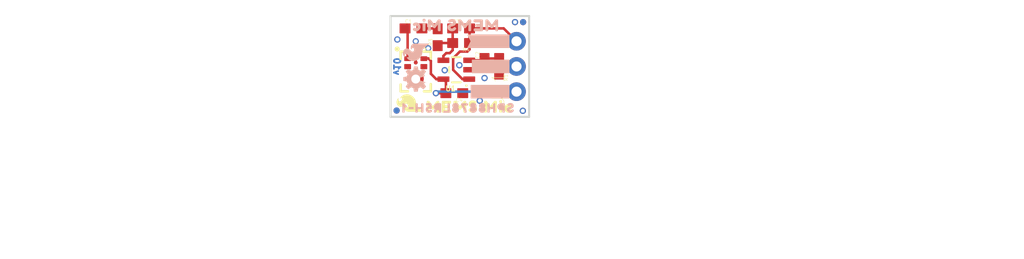
<source format=kicad_pcb>
(kicad_pcb (version 20211014) (generator pcbnew)
  (layers (0 "F.Cu" signal) (31 "B.Cu" signal) (34 "B.Paste" user) (35 "F.Paste" user) (36 "B.SilkS" user "B.Silkscreen") (37 "F.SilkS" user "F.Silkscreen") (38 "B.Mask" user) (39 "F.Mask" user) (44 "Edge.Cuts" user))
  (net 0 "")
  (net 1 "N$1")
  (net 2 "GND")
  (net 3 "VCC")
  (net 4 "N$2")
  (net 5 "N$6")
  (net 6 "N$7")
  (net 7 "AUD")
  (net 8 "N$3")
  (footprint "boardEagle:FIDUCIAL-MICRO" (layer "F.Cu") (at 154.8765 100.5332)
    (fp_text reference "FD1" hide)
    (fp_text value "FIDUCIALUFIDUCIAL" hide)
    (pad "1" smd roundrect (at 0 0) (size 0.635 0.635) (layers "F.Cu" "F.Mask") (roundrect_rratio 0.5))
  )
  (footprint "boardEagle:0603" (layer "F.Cu") (at 152.4635 106.6292 -90)
    (fp_text reference "R1" (at -0.889 -0.6985 90) (layer "F.SilkS") (effects (font (size 0.367386 0.367386) (thickness 0.039014)) (justify right)))
    (fp_text value "10k")
    (pad "1" smd roundrect (at -0.85 0 270) (size 1.1 1) (layers "F.Cu" "F.Paste" "F.Mask") (roundrect_rratio 0.0508) (net 6 "N$7"))
    (pad "2" smd roundrect (at 0.85 0 270) (size 1.1 1) (layers "F.Cu" "F.Paste" "F.Mask") (roundrect_rratio 0.0508) (net 3 "VCC"))
  )
  (footprint "boardEagle:SPH8878LR5H-1" (layer "F.Cu") (at 144.0561 106.2736)
    (fp_text reference "U3" (at 0 -3.048) (layer "F.SilkS") (effects (font (size 0.512064 0.512064) (thickness 0.097536)) (justify left)))
    (fp_text value "SPH8878LR5H-1")
    (fp_poly (pts (xy -0.737147 -0.351684) (xy -0.641444 -0.506114) (xy -0.513979 -0.635171) (xy -0.360991 -0.732631) (xy -0.190152 -0.793603) (xy -0.010589 -0.814965) (xy -0.009999 -0.810006) (xy -0.008917 -0.814881) (xy 0.346022 -0.736156) (xy 0.502348 -0.639263) (xy 0.63299 -0.510214) (xy 0.73164 -0.355331) (xy 0.793353 -0.182379) (xy 0.815067 0.000269) (xy 0.734471 0.353387) (xy 0.637218 0.508164) (xy 0.508164 0.637218) (xy 0.353629 0.734318) (xy 0.181362 0.794597) (xy 0.000281 0.815) (xy -0.010563 0.815) (xy -0.359048 0.735461) (xy -0.511929 0.639398) (xy -0.6394 0.511928) (xy -0.735308 0.359289) (xy -0.794848 0.189135) (xy -0.814969 0.010558) (xy -0.81 0.009998) (xy -0.81 0.005) (xy -0.81623 0.005)) (layer "F.Cu") (width 0) (fill solid))
    (fp_line (start -0.83 -2.76) (end -1.52 -2.76) (layer "F.SilkS") (width 0.254))
    (fp_line (start -1.52 -2.76) (end -1.52 -2.03) (layer "F.SilkS") (width 0.254))
    (fp_line (start -1.52 1.24) (end -0.79 1.24) (layer "F.SilkS") (width 0.254))
    (fp_line (start -1.52 0.55) (end -1.52 1.24) (layer "F.SilkS") (width 0.254))
    (fp_line (start 0.83 1.24) (end 1.52 1.24) (layer "F.SilkS") (width 0.254))
    (fp_line (start 1.52 -2.76) (end 0.79 -2.76) (layer "F.SilkS") (width 0.254))
    (fp_line (start 1.52 1.24) (end 1.52 0.51) (layer "F.SilkS") (width 0.254))
    (fp_line (start 1.52 -2.07) (end 1.52 -2.76) (layer "F.SilkS") (width 0.254))
    (fp_circle (center -1.873 -3.029) (end -1.746 -3.029) (layer "F.SilkS") (width 0.254) (fill none))
    (pad "" np_thru_hole circle (at 0 0) (size 0.9 0.9) (drill 0.9) (layers *.Cu *.Mask))
    (pad "1" smd roundrect (at -0.818 -2.055 270) (size 0.482 0.685) (layers "F.Cu" "F.Paste" "F.Mask") (roundrect_rratio 0.1053941909) (net 1 "N$1"))
    (pad "2" smd roundrect (at -0.818 -1.252 270) (size 0.523 0.685) (layers "F.Cu" "F.Paste" "F.Mask") (roundrect_rratio 0.09713193117) (net 2 "GND"))
    (pad "3" smd roundrect (at -0.0104 0.6604 270) (size 0.25 0.25) (layers "F.Cu") (roundrect_rratio 0.2032) (net 2 "GND"))
    (pad "4" smd roundrect (at 0.818 -1.252 270) (size 0.523 0.685) (layers "F.Cu" "F.Paste" "F.Mask") (roundrect_rratio 0.09713193117) (net 2 "GND"))
    (pad "5" smd roundrect (at 0.818 -2.055 270) (size 0.482 0.685) (layers "F.Cu" "F.Paste" "F.Mask") (roundrect_rratio 0.1053941909) (net 3 "VCC"))
    (pad "6" smd roundrect (at 0 -1.663) (size 0.4 0.4) (layers "F.Cu" "F.Paste" "F.Mask") (roundrect_rratio 0.5) (net 8 "N$3"))
  )
  (footprint "boardEagle:SFE_LOGO_FLAME_.1" (layer "F.Cu") (at 143.3957 108.712 90)
    (fp_text reference "LOGO3" hide)
    (fp_text value "SFE_LOGO_FLAME.1_INCH" hide)
    (fp_poly (pts (xy 0.269844 -1.255175) (xy 0.417112 -1.181541) (xy 0.462026 -1.147855) (xy 0.538982 -1.0709) (xy 0.428006 -1.0709) (xy 0.408005 -1.0809) (xy 0.361689 -1.0809) (xy 0.325361 -1.071818) (xy 0.279477 -1.062641) (xy 0.24711 -1.046458) (xy 0.215081 -1.022435) (xy 0.200019 -0.999843) (xy 0.192288 -0.984381) (xy 0.1851 -0.962817) (xy 0.1851 -0.913689) (xy 0.192361 -0.884643) (xy 0.226607 -0.833275) (xy 0.282028 -0.777854) (xy 0.319016 -0.750113) (xy 0.346157 -0.732019) (xy 0.380301 -0.714947) (xy 0.451689 -0.6971) (xy 0.470817 -0.6971) (xy 0.486419 -0.702301) (xy 0.505687 -0.721569) (xy 0.511712 -0.733619) (xy 0.5189 -0.755183) (xy 0.5189 -0.907742) (xy 0.661838 -0.818406) (xy 0.747505 -0.722031) (xy 0.821662 -0.605498) (xy 0.873968 -0.448579) (xy 0.905309 -0.281428) (xy 0.894811 -0.102974) (xy 0.842628 0.095322) (xy 0.738878 0.282072) (xy 0.665618 0.376263) (xy 0.583044 0.458838) (xy 0.499524 0.531917) (xy 0.393984 0.595241) (xy 0.289127 0.637184) (xy 0.175165 0.668265) (xy 0.050153 0.6891) (xy -0.139844 0.6891) (xy -0.189603 0.697393) (xy -0.279373 0.751255) (xy -0.375026 0.846908) (xy -0.495025 0.986906) (xy -0.614841 1.106723) (xy -0.664837 1.166719) (xy -0.712745 1.214627) (xy -0.742743 1.264624) (xy -0.8611 1.382982) (xy -0.8611 -0.081372) (xy -0.850441 -0.166641) (xy -0.828254 -0.244296) (xy -0.762148 -0.354474) (xy -0.706336 -0.399123) (xy -0.661829 -0.432503) (xy -0.603902 -0.455674) (xy -0.54987 -0.466481) (xy -0.486153 -0.4771) (xy -0.354006 -0.4771) (xy -0.258681 -0.429438) (xy -0.310431 -0.377687) (xy -0.358383 -0.353711) (xy -0.382419 -0.345699) (xy -0.4297 -0.298418) (xy -0.4349 -0.282817) (xy -0.4349 -0.255183) (xy -0.428468 -0.235888) (xy -0.413393 -0.213275) (xy -0.361588 -0.16147) (xy -0.322097 -0.145674) (xy -0.279228 -0.1371) (xy -0.207689 -0.1371) (xy -0.138643 -0.154361) (xy -0.089056 -0.18742) (xy -0.056996 -0.227495) (xy -0.0411 -0.275183) (xy -0.0411 -0.332091) (xy -0.065776 -0.397894) (xy -0.130732 -0.462851) (xy -0.211575 -0.553799) (xy -0.284339 -0.636958) (xy -0.338992 -0.735334) (xy -0.3611 -0.834818) (xy -0.3611 -0.925183) (xy -0.327711 -1.025349) (xy -0.271726 -1.114925) (xy -0.173954 -1.19097) (xy -0.055855 -1.255387) (xy 0.063565 -1.2771) (xy 0.171182 -1.2771)) (layer "F.SilkS") (width 0) (fill solid))
  )
  (footprint "boardEagle:SOT23-5" (layer "F.Cu") (at 148.1455 105.3338 90)
    (fp_text reference "U1" (at -1.905 0) (layer "F.SilkS") (effects (font (size 0.512064 0.512064) (thickness 0.097536)) (justify right)))
    (fp_text value "OPA344")
    (fp_line (start -1.27 0.4294) (end -1.27 -0.4294) (layer "F.SilkS") (width 0.2032))
    (fp_line (start -0.2684 -0.7088) (end 0.2684 -0.7088) (layer "F.SilkS") (width 0.2032))
    (fp_line (start 1.27 -0.4294) (end 1.27 0.4294) (layer "F.SilkS") (width 0.2032))
    (fp_circle (center -1.6002 1.016) (end -1.5367 1.016) (layer "F.SilkS") (width 0.127) (fill solid))
    (pad "1" smd roundrect (at -0.95 1.3001 90) (size 0.55 1.2) (layers "F.Cu" "F.Paste" "F.Mask") (roundrect_rratio 0.09236363636) (net 7 "AUD"))
    (pad "2" smd roundrect (at 0 1.3001 90) (size 0.55 1.2) (layers "F.Cu" "F.Paste" "F.Mask") (roundrect_rratio 0.09236363636) (net 2 "GND"))
    (pad "3" smd roundrect (at 0.95 1.3001 90) (size 0.55 1.2) (layers "F.Cu" "F.Paste" "F.Mask") (roundrect_rratio 0.09236363636) (net 6 "N$7"))
    (pad "4" smd roundrect (at 0.95 -1.3001 90) (size 0.55 1.2) (layers "F.Cu" "F.Paste" "F.Mask") (roundrect_rratio 0.09236363636) (net 4 "N$2"))
    (pad "5" smd roundrect (at -0.95 -1.3001 90) (size 0.55 1.2) (layers "F.Cu" "F.Paste" "F.Mask") (roundrect_rratio 0.09236363636) (net 3 "VCC"))
  )
  (footprint "boardEagle:FIDUCIAL-MICRO" (layer "F.Cu") (at 142.1257 109.4486)
    (fp_text reference "FD3" hide)
    (fp_text value "FIDUCIALUFIDUCIAL" hide)
    (pad "1" smd roundrect (at 0 0) (size 0.635 0.635) (layers "F.Cu" "F.Mask") (roundrect_rratio 0.5))
  )
  (footprint "boardEagle:0603" (layer "F.Cu") (at 147.9423 107.696 180)
    (fp_text reference "C4" (at -0.889 -0.6985) (layer "F.SilkS") (effects (font (size 0.367386 0.367386) (thickness 0.039014)) (justify right)))
    (fp_text value "0.1uF")
    (pad "1" smd roundrect (at -0.85 0 180) (size 1.1 1) (layers "F.Cu" "F.Paste" "F.Mask") (roundrect_rratio 0.0508) (net 2 "GND"))
    (pad "2" smd roundrect (at 0.85 0 180) (size 1.1 1) (layers "F.Cu" "F.Paste" "F.Mask") (roundrect_rratio 0.0508) (net 3 "VCC"))
  )
  (footprint "boardEagle:0603" (layer "F.Cu") (at 143.8275 101.1682)
    (fp_text reference "C1" (at -0.889 -0.6985) (layer "F.SilkS") (effects (font (size 0.367386 0.367386) (thickness 0.039014)) (justify left)))
    (fp_text value "4.7uF")
    (pad "1" smd roundrect (at -0.85 0) (size 1.1 1) (layers "F.Cu" "F.Paste" "F.Mask") (roundrect_rratio 0.0508) (net 1 "N$1"))
    (pad "2" smd roundrect (at 0.85 0) (size 1.1 1) (layers "F.Cu" "F.Paste" "F.Mask") (roundrect_rratio 0.0508) (net 5 "N$6"))
  )
  (footprint "boardEagle:MEMS_MIC0" (layer "F.Cu") (at 149.5171 109.0676)
    (fp_text reference "U$7" hide)
    (fp_text value "" hide)
    (fp_poly (pts (xy 0.441399 -0.614804) (xy 0.532216 -0.584532) (xy 0.593347 -0.543778) (xy 0.655 -0.47185) (xy 0.655 -0.408333) (xy 0.593536 -0.326381) (xy 0.521276 -0.274767) (xy 0.448086 -0.285223) (xy 0.37763 -0.335548) (xy 0.299396 -0.364886) (xy 0.222578 -0.355284) (xy 0.175467 -0.29875) (xy 0.194334 -0.223282) (xy 0.261881 -0.184684) (xy 0.421399 -0.144804) (xy 0.511778 -0.114678) (xy 0.58264 -0.084308) (xy 0.643695 -0.033429) (xy 0.694451 0.037629) (xy 0.725 0.119093) (xy 0.725 0.210277) (xy 0.714923 0.30097) (xy 0.694614 0.372052) (xy 0.643816 0.453329) (xy 0.582863 0.504123) (xy 0.512132 0.544541) (xy 0.431489 0.574782) (xy 0.350616 0.595) (xy 0.259689 0.595) (xy 0.17908 0.584924) (xy 0.098255 0.564718) (xy 0.017213 0.524197) (xy -0.0534 0.463671) (xy -0.104109 0.412962) (xy -0.145398 0.330384) (xy -0.124487 0.267649) (xy -0.062935 0.18558) (xy 0.020582 0.164701) (xy 0.082639 0.195729) (xy 0.162948 0.255961) (xy 0.231848 0.305175) (xy 0.319362 0.314899) (xy 0.396406 0.286007) (xy 0.424701 0.229419) (xy 0.405666 0.153282) (xy 0.338387 0.114837) (xy 0.258796 0.104888) (xy 0.178244 0.074682) (xy 0.098244 0.044682) (xy 0.01723 0.014301) (xy -0.043828 -0.046757) (xy -0.09462 -0.117866) (xy -0.114924 -0.19908) (xy -0.125035 -0.279966) (xy -0.114888 -0.371289) (xy -0.084383 -0.442466) (xy -0.033828 -0.513243) (xy 0.027145 -0.574216) (xy 0.098136 -0.604641) (xy 0.179093 -0.635) (xy 0.360616 -0.635)) (layer "F.SilkS") (width 0) (fill solid))
    (fp_poly (pts (xy 3.213594 -0.633992) (xy 3.245 -0.57118) (xy 3.245 -0.468974) (xy 3.213874 -0.396347) (xy 3.19147 -0.385145) (xy 3.110034 -0.374965) (xy 3.017705 -0.385224) (xy 2.955 -0.447929) (xy 2.955 -0.530311) (xy 2.965291 -0.612636) (xy 3.01805 -0.654843) (xy 3.130686 -0.665083)) (layer "F.SilkS") (width 0) (fill solid))
    (fp_poly (pts (xy 4.011111 -0.2749) (xy 4.102294 -0.244506) (xy 4.173429 -0.193695) (xy 4.225231 -0.131534) (xy 4.214797 -0.048062) (xy 4.15365 0.033467) (xy 4.090847 0.085803) (xy 4.017895 0.054538) (xy 3.939084 0.015132) (xy 3.851582 0.024855) (xy 3.784334 0.063282) (xy 3.764931 0.140892) (xy 3.755293 0.227636) (xy 3.822133 0.275379) (xy 3.9 0.294846) (xy 3.978257 0.275282) (xy 4.059616 0.234602) (xy 4.122701 0.25563) (xy 4.194301 0.32723) (xy 4.225387 0.410124) (xy 4.194137 0.483039) (xy 4.122673 0.544294) (xy 4.05154 0.57478) (xy 3.960549 0.595) (xy 3.869689 0.595) (xy 3.788679 0.584874) (xy 3.717677 0.554444) (xy 3.636867 0.503938) (xy 3.576172 0.443243) (xy 3.525703 0.372587) (xy 3.485282 0.291745) (xy 3.465 0.210616) (xy 3.465 0.129723) (xy 3.475099 0.038828) (xy 3.505549 -0.042371) (xy 3.55604 -0.113058) (xy 3.606671 -0.173816) (xy 3.687434 -0.224292) (xy 3.758176 -0.264717) (xy 3.849451 -0.285) (xy 3.930311 -0.285)) (layer "F.SilkS") (width 0) (fill solid))
    (fp_poly (pts (xy 2.64195 -0.594843) (xy 2.694369 -0.552908) (xy 2.715007 -0.480674) (xy 2.704994 0.470641) (xy 2.684382 0.553088) (xy 2.621514 0.595) (xy 2.529384 0.595) (xy 2.446381 0.574249) (xy 2.415 0.501026) (xy 2.415 -0.085) (xy 2.214084 0.182888) (xy 2.173506 0.243756) (xy 2.101328 0.285) (xy 2.00819 0.285) (xy 1.946329 0.23345) (xy 1.726196 -0.066732) (xy 1.715 -0.077928) (xy 1.715 0.511514) (xy 1.673088 0.574382) (xy 1.590391 0.595056) (xy 1.477745 0.584816) (xy 1.425 0.532071) (xy 1.425 -0.4907) (xy 1.445697 -0.563141) (xy 1.508486 -0.605) (xy 1.610907 -0.605) (xy 1.693183 -0.574146) (xy 1.744035 -0.502953) (xy 2.041398 -0.096557) (xy 2.106575 -0.133802) (xy 2.286053 -0.383076) (xy 2.447019 -0.574222) (xy 2.529314 -0.605083)) (layer "F.SilkS") (width 0) (fill solid))
    (fp_poly (pts (xy -3.158263 -0.594851) (xy -3.095366 -0.55292) (xy -3.085 -0.480355) (xy -3.085 0.470616) (xy -3.105618 0.553088) (xy -3.168486 0.595) (xy -3.260616 0.595) (xy -3.343619 0.574249) (xy -3.375 0.501026) (xy -3.375 -0.085) (xy -3.575916 0.182888) (xy -3.616494 0.243756) (xy -3.688672 0.285) (xy -3.78181 0.285) (xy -3.843629 0.233484) (xy -4.073764 -0.066692) (xy -4.085 -0.077928) (xy -4.085 0.51118) (xy -4.116556 0.574293) (xy -4.199609 0.595056) (xy -4.312255 0.584816) (xy -4.365 0.532071) (xy -4.365 -0.490355) (xy -4.354604 -0.563128) (xy -4.281328 -0.605) (xy -4.179093 -0.605) (xy -4.096817 -0.574146) (xy -4.045965 -0.502953) (xy -3.748602 -0.096557) (xy -3.683425 -0.133802) (xy -3.503947 -0.383076) (xy -3.342981 -0.574222) (xy -3.260663 -0.605091)) (layer "F.SilkS") (width 0) (fill solid))
    (fp_poly (pts (xy -0.43805 -0.594843) (xy -0.385631 -0.552908) (xy -0.365 -0.4807) (xy -0.365 0.470616) (xy -0.385618 0.553088) (xy -0.448486 0.595) (xy -0.540616 0.595) (xy -0.623619 0.574249) (xy -0.654888 0.501289) (xy -0.665 0.410277) (xy -0.665 -0.084397) (xy -0.855886 0.182843) (xy -0.896576 0.243878) (xy -0.97882 0.285) (xy -1.061602 0.285) (xy -1.133558 0.233603) (xy -1.353804 -0.066732) (xy -1.365 -0.077928) (xy -1.365 0.51118) (xy -1.396592 0.574365) (xy -1.489699 0.595055) (xy -1.592273 0.584798) (xy -1.644749 0.532322) (xy -1.655 0.450311) (xy -1.655 -0.4907) (xy -1.634248 -0.563331) (xy -1.561328 -0.605) (xy -1.458974 -0.605) (xy -1.386961 -0.574137) (xy -1.326078 -0.503108) (xy -1.028791 -0.096815) (xy -0.973472 -0.133695) (xy -0.783905 -0.383125) (xy -0.62306 -0.574128) (xy -0.550807 -0.605094)) (layer "F.SilkS") (width 0) (fill solid))
    (fp_poly (pts (xy 3.203101 -0.254651) (xy 3.245 -0.181328) (xy 3.245 0.501026) (xy 3.213619 0.574249) (xy 3.130391 0.595056) (xy 3.017745 0.584816) (xy 2.965251 0.532322) (xy 2.955 0.450311) (xy 2.955 -0.202071) (xy 3.007745 -0.254816) (xy 3.120085 -0.265028)) (layer "F.SilkS") (width 0) (fill solid))
    (fp_poly (pts (xy -1.915555 -0.563046) (xy -1.894945 -0.470301) (xy -1.905202 -0.367727) (xy -1.957705 -0.315224) (xy -2.049723 -0.305) (xy -2.469643 -0.305) (xy -2.535 -0.295663) (xy -2.535 -0.220308) (xy -2.525587 -0.145) (xy -2.1893 -0.145) (xy -2.116859 -0.124303) (xy -2.075 -0.061514) (xy -2.075 0.051328) (xy -2.116669 0.124248) (xy -2.1893 0.145) (xy -2.535 0.145) (xy -2.535 0.295) (xy -2.029384 0.295) (xy -1.94715 0.315559) (xy -1.905157 0.36805) (xy -1.894917 0.480686) (xy -1.926008 0.563594) (xy -1.98882 0.595) (xy -2.670249 0.595) (xy -2.771969 0.584828) (xy -2.824709 0.542636) (xy -2.835 0.460311) (xy -2.835 -0.480616) (xy -2.814382 -0.563088) (xy -2.751514 -0.605) (xy -1.978486 -0.605)) (layer "F.SilkS") (width 0) (fill solid))
  )
  (footprint "boardEagle:1X03_NO_SILK" (layer "F.Cu") (at 154.2161 107.5436 90)
    (fp_text reference "JP1" (at -1.3462 -1.8288 90) (layer "F.SilkS") (effects (font (size 1.221232 1.221232) (thickness 0.048768)) (justify left)))
    (fp_text value "")
    (pad "1" thru_hole circle (at 0 0 180) (size 1.8796 1.8796) (drill 1.016) (layers *.Cu *.Mask) (net 3 "VCC"))
    (pad "2" thru_hole circle (at 2.54 0 180) (size 1.8796 1.8796) (drill 1.016) (layers *.Cu *.Mask) (net 2 "GND"))
    (pad "3" thru_hole circle (at 5.08 0 180) (size 1.8796 1.8796) (drill 1.016) (layers *.Cu *.Mask) (net 7 "AUD"))
  )
  (footprint "boardEagle:0603" (layer "F.Cu") (at 148.6281 101.1682)
    (fp_text reference "C3" (at -0.889 -0.6985) (layer "F.SilkS") (effects (font (size 0.367386 0.367386) (thickness 0.039014)) (justify left)))
    (fp_text value "27pF")
    (pad "1" smd roundrect (at -0.85 0) (size 1.1 1) (layers "F.Cu" "F.Paste" "F.Mask") (roundrect_rratio 0.0508) (net 4 "N$2"))
    (pad "2" smd roundrect (at 0.85 0) (size 1.1 1) (layers "F.Cu" "F.Paste" "F.Mask") (roundrect_rratio 0.0508) (net 7 "AUD"))
  )
  (footprint "boardEagle:0603" (layer "F.Cu") (at 146.2659 102.0572 90)
    (fp_text reference "R3" (at -0.889 -0.6985 90) (layer "F.SilkS") (effects (font (size 0.367386 0.367386) (thickness 0.039014)) (justify left)))
    (fp_text value "4.7k")
    (pad "1" smd roundrect (at -0.85 0 90) (size 1.1 1) (layers "F.Cu" "F.Paste" "F.Mask") (roundrect_rratio 0.0508) (net 4 "N$2"))
    (pad "2" smd roundrect (at 0.85 0 90) (size 1.1 1) (layers "F.Cu" "F.Paste" "F.Mask") (roundrect_rratio 0.0508) (net 5 "N$6"))
  )
  (footprint "boardEagle:0603" (layer "F.Cu") (at 152.4635 103.3526 -90)
    (fp_text reference "R2" (at -0.889 -0.6985 90) (layer "F.SilkS") (effects (font (size 0.367386 0.367386) (thickness 0.039014)) (justify right)))
    (fp_text value "10k")
    (pad "1" smd roundrect (at -0.85 0 270) (size 1.1 1) (layers "F.Cu" "F.Paste" "F.Mask") (roundrect_rratio 0.0508) (net 2 "GND"))
    (pad "2" smd roundrect (at 0.85 0 270) (size 1.1 1) (layers "F.Cu" "F.Paste" "F.Mask") (roundrect_rratio 0.0508) (net 6 "N$7"))
  )
  (footprint "boardEagle:0603" (layer "F.Cu") (at 148.6281 102.6414 180)
    (fp_text reference "R4" (at -0.889 -0.6985) (layer "F.SilkS") (effects (font (size 0.367386 0.367386) (thickness 0.039014)) (justify right)))
    (fp_text value "300k")
    (pad "1" smd roundrect (at -0.85 0 180) (size 1.1 1) (layers "F.Cu" "F.Paste" "F.Mask") (roundrect_rratio 0.0508) (net 7 "AUD"))
    (pad "2" smd roundrect (at 0.85 0 180) (size 1.1 1) (layers "F.Cu" "F.Paste" "F.Mask") (roundrect_rratio 0.0508) (net 4 "N$2"))
  )
  (footprint "boardEagle:CREATIVE_COMMONS" (layer "F.Cu") (at 122.4661 121.5136)
    (fp_text reference "FRAME2" hide)
    (fp_text value "FRAME-LETTER" hide)
  )
  (footprint "boardEagle:0603" (layer "F.Cu") (at 150.9903 103.3526 90)
    (fp_text reference "C2" (at -0.889 -0.6985 90) (layer "F.SilkS") (effects (font (size 0.367386 0.367386) (thickness 0.039014)) (justify left)))
    (fp_text value "1.0uF")
    (pad "1" smd roundrect (at -0.85 0 90) (size 1.1 1) (layers "F.Cu" "F.Paste" "F.Mask") (roundrect_rratio 0.0508) (net 6 "N$7"))
    (pad "2" smd roundrect (at 0.85 0 90) (size 1.1 1) (layers "F.Cu" "F.Paste" "F.Mask") (roundrect_rratio 0.0508) (net 2 "GND"))
  )
  (footprint "boardEagle:TP_15TH" (layer "B.Cu") (at 144.0561 102.4636 180)
    (fp_text reference "OUT-0" hide)
    (fp_text value "" hide)
    (pad "1" thru_hole circle (at 0 0 180) (size 0.6096 0.6096) (drill 0.381) (layers *.Cu) (net 8 "N$3"))
  )
  (footprint "boardEagle:FIDUCIAL-MICRO" (layer "B.Cu") (at 142.1257 109.4486 180)
    (fp_text reference "FD4" hide)
    (fp_text value "FIDUCIALUFIDUCIAL" hide)
    (pad "1" smd roundrect (at 0 0 180) (size 0.635 0.635) (layers "B.Cu" "B.Mask") (roundrect_rratio 0.5))
  )
  (footprint "boardEagle:SPH8878LR5H#10" (layer "B.Cu") (at 148.2471 109.1946 180)
    (fp_text reference "U$9" hide)
    (fp_text value "" hide)
    (fp_poly (pts (xy 0.964159 0.453336) (xy 0.985 0.390811) (xy 0.985 -0.275) (xy 1.320355 -0.275) (xy 1.393063 -0.285387) (xy 1.425 -0.338615) (xy 1.425 -0.410963) (xy 1.403569 -0.464541) (xy 1.330355 -0.475) (xy 0.859689 -0.475) (xy 0.777274 -0.464698) (xy 0.745 -0.421667) (xy 0.745 0.400963) (xy 0.765983 0.453421) (xy 0.818615 0.485) (xy 0.911385 0.485)) (layer "B.SilkS") (width 0) (fill solid))
    (fp_poly (pts (xy -1.47818 0.50468) (xy -1.417038 0.474109) (xy -1.366269 0.42334) (xy -1.325765 0.37271) (xy -1.295165 0.31151) (xy -1.284949 0.24) (xy -1.295165 0.16849) (xy -1.325765 0.10729) (xy -1.3633 0.060371) (xy -1.325991 0.023062) (xy -1.285413 -0.047949) (xy -1.265196 -0.108601) (xy -1.254912 -0.149738) (xy -1.265114 -0.221153) (xy -1.285468 -0.282216) (xy -1.32596 -0.342954) (xy -1.366581 -0.39373) (xy -1.427486 -0.434333) (xy -1.48849 -0.464835) (xy -1.559645 -0.475) (xy -1.691026 -0.475) (xy -1.762281 -0.444462) (xy -1.812675 -0.414226) (xy -1.873419 -0.37373) (xy -1.914235 -0.32271) (xy -1.944835 -0.26151) (xy -1.955 -0.190355) (xy -1.955 -0.1193) (xy -1.934593 -0.047876) (xy -1.893886 0.013185) (xy -1.857071 0.05) (xy -1.894216 0.087145) (xy -1.924856 0.158638) (xy -1.935051 0.23) (xy -1.924835 0.30151) (xy -1.894386 0.362408) (xy -1.863852 0.413299) (xy -1.802904 0.464089) (xy -1.752007 0.494627) (xy -1.681045 0.514901) (xy -1.610355 0.525) (xy -1.5493 0.525)) (layer "B.SilkS") (width 0) (fill solid))
    (fp_poly (pts (xy -5.289279 0.504949) (xy -5.228899 0.494885) (xy -5.157661 0.474532) (xy -5.10666 0.433731) (xy -5.055 0.382071) (xy -5.055 0.328398) (xy -5.106536 0.256248) (xy -5.158615 0.225) (xy -5.22181 0.225) (xy -5.282477 0.275556) (xy -5.34046 0.294883) (xy -5.407334 0.28533) (xy -5.444397 0.239001) (xy -5.4258 0.183209) (xy -5.367986 0.144667) (xy -5.238644 0.114819) (xy -5.178082 0.094631) (xy -5.11729 0.064235) (xy -5.066443 0.023557) (xy -5.025539 -0.027573) (xy -5.0051 -0.088889) (xy -4.994956 -0.170044) (xy -5.005114 -0.241153) (xy -5.025468 -0.302216) (xy -5.06627 -0.363419) (xy -5.117139 -0.404114) (xy -5.167719 -0.434462) (xy -5.238584 -0.464833) (xy -5.299586 -0.475) (xy -5.440811 -0.475) (xy -5.502216 -0.454532) (xy -5.623185 -0.373886) (xy -5.664216 -0.332855) (xy -5.695207 -0.260542) (xy -5.684654 -0.207774) (xy -5.632653 -0.145373) (xy -5.569597 -0.134864) (xy -5.507299 -0.15563) (xy -5.456812 -0.206116) (xy -5.39817 -0.24521) (xy -5.330681 -0.254852) (xy -5.263454 -0.22604) (xy -5.23547 -0.1794) (xy -5.254088 -0.123546) (xy -5.311563 -0.094808) (xy -5.371101 -0.084885) (xy -5.44182 -0.06468) (xy -5.56271 -0.004235) (xy -5.613557 0.036443) (xy -5.654532 0.087661) (xy -5.674901 0.158955) (xy -5.685059 0.230059) (xy -5.674867 0.291209) (xy -5.654532 0.352216) (xy -5.61373 0.413419) (xy -5.56271 0.454235) (xy -5.501918 0.484631) (xy -5.441153 0.504886) (xy -5.370044 0.515044)) (layer "B.SilkS") (width 0) (fill solid))
    (fp_poly (pts (xy -3.626047 0.463953) (xy -3.605 0.400811) (xy -3.605 0.132072) (xy -3.567928 0.095) (xy -3.301667 0.095) (xy -3.265 0.1225) (xy -3.265 0.400811) (xy -3.243953 0.463953) (xy -3.180811 0.485) (xy -3.098615 0.485) (xy -3.045841 0.453336) (xy -3.025 0.390811) (xy -3.025 -0.370414) (xy -3.035331 -0.432403) (xy -3.077929 -0.475) (xy -3.1707 -0.475) (xy -3.243732 -0.454134) (xy -3.265 -0.400963) (xy -3.265 -0.132072) (xy -3.302072 -0.095) (xy -3.567928 -0.095) (xy -3.605 -0.132072) (xy -3.605 -0.400963) (xy -3.626268 -0.454134) (xy -3.6993 -0.475) (xy -3.781754 -0.475) (xy -3.834617 -0.432709) (xy -3.845 -0.370414) (xy -3.845 0.3807) (xy -3.824346 0.452991) (xy -3.781667 0.485) (xy -3.689189 0.485)) (layer "B.SilkS") (width 0) (fill solid))
    (fp_poly (pts (xy -0.416965 0.47466) (xy -0.385224 0.421758) (xy -0.374931 0.36) (xy -0.385167 0.298584) (xy -0.415462 0.227895) (xy -0.445528 0.167764) (xy -0.4756 0.10762) (xy -0.545681 -0.012519) (xy -0.615681 -0.132519) (xy -0.655515 -0.202229) (xy -0.685199 -0.271492) (xy -0.70507 -0.370844) (xy -0.715387 -0.443063) (xy -0.768615 -0.475) (xy -0.840355 -0.475) (xy -0.913063 -0.464613) (xy -0.945 -0.411385) (xy -0.945 -0.339586) (xy -0.934885 -0.278899) (xy -0.914808 -0.208626) (xy -0.89468 -0.13818) (xy -0.864386 -0.077592) (xy -0.834389 -0.027598) (xy -0.804333 0.032514) (xy -0.764104 0.092858) (xy -0.684688 0.202055) (xy -0.676099 0.245) (xy -1.011385 0.245) (xy -1.064613 0.276937) (xy -1.075 0.349645) (xy -1.075 0.421754) (xy -1.032709 0.474617) (xy -0.970414 0.485) (xy -0.499689 0.485)) (layer "B.SilkS") (width 0) (fill solid))
    (fp_poly (pts (xy 5.545 0.45309) (xy 5.545 -0.421667) (xy 5.512702 -0.464731) (xy 5.419921 -0.47504) (xy 5.346937 -0.464613) (xy 5.315224 -0.411758) (xy 5.305 -0.350414) (xy 5.305 0.05919) (xy 5.297186 0.082633) (xy 5.231328 0.045) (xy 5.17819 0.045) (xy 5.115996 0.096828) (xy 5.084761 0.159298) (xy 5.095394 0.212465) (xy 5.156464 0.273536) (xy 5.29666 0.413731) (xy 5.34729 0.454235) (xy 5.40882 0.485) (xy 5.48118 0.485)) (layer "B.SilkS") (width 0) (fill solid))
    (fp_poly (pts (xy 0.31182 0.50468) (xy 0.372962 0.474109) (xy 0.423731 0.42334) (xy 0.464235 0.37271) (xy 0.494835 0.31151) (xy 0.505051 0.24) (xy 0.494835 0.16849) (xy 0.464235 0.10729) (xy 0.4267 0.060371) (xy 0.464009 0.023062) (xy 0.504587 -0.047949) (xy 0.525 -0.109189) (xy 0.525 -0.220811) (xy 0.504532 -0.282216) (xy 0.463886 -0.343185) (xy 0.41334 -0.393731) (xy 0.36271 -0.434235) (xy 0.30151 -0.464835) (xy 0.230355 -0.475) (xy 0.098974 -0.475) (xy 0.027895 -0.444538) (xy -0.03271 -0.414235) (xy -0.083557 -0.373557) (xy -0.124235 -0.32271) (xy -0.154835 -0.26151) (xy -0.165 -0.190355) (xy -0.165 -0.1193) (xy -0.14468 -0.04818) (xy -0.113981 0.013218) (xy -0.067486 0.050415) (xy -0.104216 0.087145) (xy -0.134856 0.158638) (xy -0.145051 0.23) (xy -0.134886 0.301153) (xy -0.114461 0.362427) (xy -0.073731 0.41334) (xy -0.022962 0.464109) (xy 0.03818 0.49468) (xy 0.108899 0.514885) (xy 0.169586 0.525) (xy 0.2407 0.525)) (layer "B.SilkS") (width 0) (fill solid))
    (fp_poly (pts (xy 3.623546 0.464088) (xy 3.655 0.40118) (xy 3.655 0.131667) (xy 3.6825 0.095) (xy 3.948333 0.095) (xy 3.985 0.1225) (xy 3.985 0.400811) (xy 4.006047 0.463953) (xy 4.069189 0.485) (xy 4.15118 0.485) (xy 4.214513 0.453333) (xy 4.225 0.390414) (xy 4.225 -0.370414) (xy 4.214669 -0.432403) (xy 4.172071 -0.475) (xy 4.079189 -0.475) (xy 4.016219 -0.45401) (xy 3.995135 -0.4013) (xy 3.985 -0.330355) (xy 3.985 -0.131667) (xy 3.9575 -0.095) (xy 3.6825 -0.095) (xy 3.655 -0.131667) (xy 3.655 -0.330355) (xy 3.644865 -0.4013) (xy 3.623781 -0.45401) (xy 3.560811 -0.475) (xy 3.467929 -0.475) (xy 3.425331 -0.432403) (xy 3.415 -0.370414) (xy 3.415 0.380355) (xy 3.425343 0.452757) (xy 3.468333 0.485) (xy 3.560811 0.485)) (layer "B.SilkS") (width 0) (fill solid))
    (fp_poly (pts (xy 4.883766 0.094513) (xy 4.905 0.030811) (xy 4.905 -0.04118) (xy 4.87309 -0.105) (xy 4.458615 -0.105) (xy 4.405 -0.072831) (xy 4.405 0.000355) (xy 4.415387 0.073063) (xy 4.468615 0.105) (xy 4.810355 0.105)) (layer "B.SilkS") (width 0) (fill solid))
    (fp_poly (pts (xy -2.378082 0.504631) (xy -2.317245 0.474213) (xy -2.256411 0.423518) (xy -2.215539 0.372427) (xy -2.195114 0.311153) (xy -2.185 0.240355) (xy -2.185 0.16882) (xy -2.215765 0.10729) (xy -2.2533 0.060371) (xy -2.215991 0.023062) (xy -2.175413 -0.047949) (xy -2.155 -0.109189) (xy -2.155 -0.220811) (xy -2.175468 -0.282216) (xy -2.216114 -0.343185) (xy -2.26666 -0.393731) (xy -2.317407 -0.434328) (xy -2.388584 -0.464833) (xy -2.449586 -0.475) (xy -2.59118 -0.475) (xy -2.71271 -0.414235) (xy -2.763557 -0.373557) (xy -2.804235 -0.32271) (xy -2.83468 -0.26182) (xy -2.855 -0.1907) (xy -2.855 -0.1193) (xy -2.834593 -0.047876) (xy -2.79373 0.013419) (xy -2.747486 0.050415) (xy -2.784216 0.087145) (xy -2.814856 0.158638) (xy -2.825051 0.23) (xy -2.814886 0.301153) (xy -2.794461 0.362427) (xy -2.753731 0.41334) (xy -2.702962 0.464109) (xy -2.641918 0.494631) (xy -2.581153 0.514886) (xy -2.510355 0.525) (xy -2.439189 0.525)) (layer "B.SilkS") (width 0) (fill solid))
    (fp_poly (pts (xy -4.288436 0.474808) (xy -4.227486 0.444333) (xy -4.166815 0.403886) (xy -4.116269 0.35334) (xy -4.075765 0.30271) (xy -4.035 0.22118) (xy -4.035 0.079189) (xy -4.055322 0.018222) (xy -4.085672 -0.052593) (xy -4.126443 -0.103557) (xy -4.177046 -0.14404) (xy -4.233406 -0.181613) (xy -4.232728 -0.182846) (xy -4.237782 -0.184531) (xy -4.241939 -0.187302) (xy -4.242533 -0.186114) (xy -4.298847 -0.204886) (xy -4.369645 -0.215) (xy -4.499038 -0.215) (xy -4.545 -0.233385) (xy -4.545 -0.370414) (xy -4.555331 -0.432403) (xy -4.597929 -0.475) (xy -4.6807 -0.475) (xy -4.752991 -0.454346) (xy -4.785 -0.411667) (xy -4.785 0.410963) (xy -4.763781 0.46401) (xy -4.700811 0.485) (xy -4.349586 0.485)) (layer "B.SilkS") (width 0) (fill solid))
    (fp_poly (pts (xy 3.133336 0.484159) (xy 3.165 0.431385) (xy 3.165 0.338615) (xy 3.133336 0.285841) (xy 3.070811 0.265) (xy 2.870496 0.265) (xy 2.825 0.255901) (xy 2.825 0.185) (xy 2.890811 0.185) (xy 2.951581 0.164743) (xy 3.012216 0.144532) (xy 3.073377 0.103758) (xy 3.124089 0.042904) (xy 3.154627 -0.007993) (xy 3.174885 -0.078899) (xy 3.185059 -0.139941) (xy 3.174901 -0.211045) (xy 3.15468 -0.28182) (xy 3.124109 -0.342962) (xy 3.07334 -0.393731) (xy 3.02271 -0.434235) (xy 2.96151 -0.464835) (xy 2.890355 -0.475) (xy 2.819645 -0.475) (xy 2.748847 -0.464886) (xy 2.688082 -0.444631) (xy 2.627038 -0.414109) (xy 2.576269 -0.36334) (xy 2.534396 -0.310999) (xy 2.55563 -0.247299) (xy 2.61719 -0.185739) (xy 2.669844 -0.164677) (xy 2.732427 -0.185539) (xy 2.782021 -0.225214) (xy 2.859495 -0.234898) (xy 2.916454 -0.215912) (xy 2.944829 -0.159162) (xy 2.93542 -0.0933) (xy 2.87882 -0.065) (xy 2.811514 -0.065) (xy 2.751881 -0.104756) (xy 2.689218 -0.115199) (xy 2.627486 -0.084333) (xy 2.565618 -0.043088) (xy 2.554921 -0.000299) (xy 2.605078 0.390927) (xy 2.615414 0.432271) (xy 2.657092 0.484369) (xy 2.7293 0.505) (xy 3.070811 0.505)) (layer "B.SilkS") (width 0) (fill solid))
    (fp_poly (pts (xy 2.070765 0.484942) (xy 2.131564 0.474808) (xy 2.192514 0.444333) (xy 2.257537 0.400985) (xy 2.252048 0.394765) (xy 2.303981 0.353218) (xy 2.364835 0.23151) (xy 2.375051 0.16) (xy 2.36495 0.089293) (xy 2.354835 0.01849) (xy 2.324235 -0.04271) (xy 2.285 -0.091753) (xy 2.285 -0.138902) (xy 2.344656 -0.268156) (xy 2.354778 -0.298522) (xy 2.375277 -0.37027) (xy 2.353995 -0.423476) (xy 2.281704 -0.464785) (xy 2.219218 -0.475199) (xy 2.156145 -0.443663) (xy 2.085468 -0.282116) (xy 2.04691 -0.205) (xy 1.910962 -0.205) (xy 1.865 -0.223385) (xy 1.865 -0.360414) (xy 1.854669 -0.422403) (xy 1.812295 -0.464776) (xy 1.719573 -0.475078) (xy 1.646268 -0.454134) (xy 1.625 -0.400963) (xy 1.625 0.421385) (xy 1.656664 0.474159) (xy 1.719189 0.495) (xy 2.000355 0.495)) (layer "B.SilkS") (width 0) (fill solid))
  )
  (footprint "boardEagle:MEMS_MIC0" (layer "B.Cu") (at 147.9931 100.8634 180)
    (fp_text reference "U$2" hide)
    (fp_text value "" hide)
    (fp_poly (pts (xy 0.441399 0.614804) (xy 0.532216 0.584532) (xy 0.593347 0.543778) (xy 0.655 0.47185) (xy 0.655 0.408333) (xy 0.593536 0.326381) (xy 0.521276 0.274767) (xy 0.448086 0.285223) (xy 0.37763 0.335548) (xy 0.299396 0.364886) (xy 0.222578 0.355284) (xy 0.175467 0.29875) (xy 0.194334 0.223282) (xy 0.261881 0.184684) (xy 0.421399 0.144804) (xy 0.511778 0.114678) (xy 0.58264 0.084308) (xy 0.643695 0.033429) (xy 0.694451 -0.037629) (xy 0.725 -0.119093) (xy 0.725 -0.210277) (xy 0.714923 -0.30097) (xy 0.694614 -0.372052) (xy 0.643816 -0.453329) (xy 0.582863 -0.504123) (xy 0.512132 -0.544541) (xy 0.431489 -0.574782) (xy 0.350616 -0.595) (xy 0.259689 -0.595) (xy 0.17908 -0.584924) (xy 0.098255 -0.564718) (xy 0.017213 -0.524197) (xy -0.0534 -0.463671) (xy -0.104109 -0.412962) (xy -0.145398 -0.330384) (xy -0.124487 -0.267649) (xy -0.062935 -0.18558) (xy 0.020582 -0.164701) (xy 0.082639 -0.195729) (xy 0.162948 -0.255961) (xy 0.231848 -0.305175) (xy 0.319362 -0.314899) (xy 0.396406 -0.286007) (xy 0.424701 -0.229419) (xy 0.405666 -0.153282) (xy 0.338387 -0.114837) (xy 0.258796 -0.104888) (xy 0.178244 -0.074682) (xy 0.098244 -0.044682) (xy 0.01723 -0.014301) (xy -0.043828 0.046757) (xy -0.09462 0.117866) (xy -0.114924 0.19908) (xy -0.125035 0.279966) (xy -0.114888 0.371289) (xy -0.084383 0.442466) (xy -0.033828 0.513243) (xy 0.027145 0.574216) (xy 0.098136 0.604641) (xy 0.179093 0.635) (xy 0.360616 0.635)) (layer "B.SilkS") (width 0) (fill solid))
    (fp_poly (pts (xy 3.203101 0.254651) (xy 3.245 0.181328) (xy 3.245 -0.501026) (xy 3.213619 -0.574249) (xy 3.130391 -0.595056) (xy 3.017745 -0.584816) (xy 2.965251 -0.532322) (xy 2.955 -0.450311) (xy 2.955 0.202071) (xy 3.007745 0.254816) (xy 3.120085 0.265028)) (layer "B.SilkS") (width 0) (fill solid))
    (fp_poly (pts (xy -3.158263 0.594851) (xy -3.095366 0.55292) (xy -3.085 0.480355) (xy -3.085 -0.470616) (xy -3.105618 -0.553088) (xy -3.168486 -0.595) (xy -3.260616 -0.595) (xy -3.343619 -0.574249) (xy -3.375 -0.501026) (xy -3.375 0.085) (xy -3.575916 -0.182888) (xy -3.616494 -0.243756) (xy -3.688672 -0.285) (xy -3.78181 -0.285) (xy -3.843629 -0.233484) (xy -4.073764 0.066692) (xy -4.085 0.077928) (xy -4.085 -0.51118) (xy -4.116556 -0.574293) (xy -4.199609 -0.595056) (xy -4.312255 -0.584816) (xy -4.365 -0.532071) (xy -4.365 0.490355) (xy -4.354604 0.563128) (xy -4.281328 0.605) (xy -4.179093 0.605) (xy -4.096817 0.574146) (xy -4.045965 0.502953) (xy -3.748602 0.096557) (xy -3.683425 0.133802) (xy -3.503947 0.383076) (xy -3.342981 0.574222) (xy -3.260663 0.605091)) (layer "B.SilkS") (width 0) (fill solid))
    (fp_poly (pts (xy 3.213594 0.633992) (xy 3.245 0.57118) (xy 3.245 0.468974) (xy 3.213874 0.396347) (xy 3.19147 0.385145) (xy 3.110034 0.374965) (xy 3.017705 0.385224) (xy 2.955 0.447929) (xy 2.955 0.530311) (xy 2.965291 0.612636) (xy 3.01805 0.654843) (xy 3.130686 0.665083)) (layer "B.SilkS") (width 0) (fill solid))
    (fp_poly (pts (xy -0.43805 0.594843) (xy -0.385631 0.552908) (xy -0.365 0.4807) (xy -0.365 -0.470616) (xy -0.385618 -0.553088) (xy -0.448486 -0.595) (xy -0.540616 -0.595) (xy -0.623619 -0.574249) (xy -0.654888 -0.501289) (xy -0.665 -0.410277) (xy -0.665 0.084397) (xy -0.855886 -0.182843) (xy -0.896576 -0.243878) (xy -0.97882 -0.285) (xy -1.061602 -0.285) (xy -1.133558 -0.233603) (xy -1.353804 0.066732) (xy -1.365 0.077928) (xy -1.365 -0.51118) (xy -1.396592 -0.574365) (xy -1.489699 -0.595055) (xy -1.592273 -0.584798) (xy -1.644749 -0.532322) (xy -1.655 -0.450311) (xy -1.655 0.4907) (xy -1.634248 0.563331) (xy -1.561328 0.605) (xy -1.458974 0.605) (xy -1.386961 0.574137) (xy -1.326078 0.503108) (xy -1.028791 0.096815) (xy -0.973472 0.133695) (xy -0.783905 0.383125) (xy -0.62306 0.574128) (xy -0.550807 0.605094)) (layer "B.SilkS") (width 0) (fill solid))
    (fp_poly (pts (xy 2.64195 0.594843) (xy 2.694369 0.552908) (xy 2.715007 0.480674) (xy 2.704994 -0.470641) (xy 2.684382 -0.553088) (xy 2.621514 -0.595) (xy 2.529384 -0.595) (xy 2.446381 -0.574249) (xy 2.415 -0.501026) (xy 2.415 0.085) (xy 2.214084 -0.182888) (xy 2.173506 -0.243756) (xy 2.101328 -0.285) (xy 2.00819 -0.285) (xy 1.946329 -0.23345) (xy 1.726196 0.066732) (xy 1.715 0.077928) (xy 1.715 -0.511514) (xy 1.673088 -0.574382) (xy 1.590391 -0.595056) (xy 1.477745 -0.584816) (xy 1.425 -0.532071) (xy 1.425 0.4907) (xy 1.445697 0.563141) (xy 1.508486 0.605) (xy 1.610907 0.605) (xy 1.693183 0.574146) (xy 1.744035 0.502953) (xy 2.041398 0.096557) (xy 2.106575 0.133802) (xy 2.286053 0.383076) (xy 2.447019 0.574222) (xy 2.529314 0.605083)) (layer "B.SilkS") (width 0) (fill solid))
    (fp_poly (pts (xy -1.915555 0.563046) (xy -1.894945 0.470301) (xy -1.905202 0.367727) (xy -1.957705 0.315224) (xy -2.049723 0.305) (xy -2.469643 0.305) (xy -2.535 0.295663) (xy -2.535 0.220308) (xy -2.525587 0.145) (xy -2.1893 0.145) (xy -2.116859 0.124303) (xy -2.075 0.061514) (xy -2.075 -0.051328) (xy -2.116669 -0.124248) (xy -2.1893 -0.145) (xy -2.535 -0.145) (xy -2.535 -0.295) (xy -2.029384 -0.295) (xy -1.94715 -0.315559) (xy -1.905157 -0.36805) (xy -1.894917 -0.480686) (xy -1.926008 -0.563594) (xy -1.98882 -0.595) (xy -2.670249 -0.595) (xy -2.771969 -0.584828) (xy -2.824709 -0.542636) (xy -2.835 -0.460311) (xy -2.835 0.480616) (xy -2.814382 0.563088) (xy -2.751514 0.605) (xy -1.978486 0.605)) (layer "B.SilkS") (width 0) (fill solid))
    (fp_poly (pts (xy 4.011111 0.2749) (xy 4.102294 0.244506) (xy 4.173429 0.193695) (xy 4.225231 0.131534) (xy 4.214797 0.048062) (xy 4.15365 -0.033467) (xy 4.090847 -0.085803) (xy 4.017895 -0.054538) (xy 3.939084 -0.015132) (xy 3.851582 -0.024855) (xy 3.784334 -0.063282) (xy 3.764931 -0.140892) (xy 3.755293 -0.227636) (xy 3.822133 -0.275379) (xy 3.9 -0.294846) (xy 3.978257 -0.275282) (xy 4.059616 -0.234602) (xy 4.122701 -0.25563) (xy 4.194301 -0.32723) (xy 4.225387 -0.410124) (xy 4.194137 -0.483039) (xy 4.122673 -0.544294) (xy 4.05154 -0.57478) (xy 3.960549 -0.595) (xy 3.869689 -0.595) (xy 3.788679 -0.584874) (xy 3.717677 -0.554444) (xy 3.636867 -0.503938) (xy 3.576172 -0.443243) (xy 3.525703 -0.372587) (xy 3.485282 -0.291745) (xy 3.465 -0.210616) (xy 3.465 -0.129723) (xy 3.475099 -0.038828) (xy 3.505549 0.042371) (xy 3.55604 0.113058) (xy 3.606671 0.173816) (xy 3.687434 0.224292) (xy 3.758176 0.264717) (xy 3.849451 0.285) (xy 3.930311 0.285)) (layer "B.SilkS") (width 0) (fill solid))
  )
  (footprint "boardEagle:#GND#0" (layer "B.Cu") (at 153.8351 105.0036 180)
    (fp_text reference "U$3" hide)
    (fp_text value "" hide)
    (fp_poly (pts (xy 3.28271 0.224235) (xy 3.333557 0.183557) (xy 3.374235 0.13271) (xy 3.404835 0.07151) (xy 3.415051 0) (xy 3.404835 -0.07151) (xy 3.374235 -0.13271) (xy 3.333731 -0.18334) (xy 3.282701 -0.23437) (xy 3.250811 -0.245) (xy 3.045764 -0.245) (xy 3.035 -0.180414) (xy 3.035 0.2225) (xy 3.078333 0.255) (xy 3.22118 0.255)) (layer "B.SilkS") (width 0) (fill solid))
    (fp_poly (pts (xy 4.125 0.674236) (xy 4.125 -0.685) (xy 0.399586 -0.685) (xy 0.335 -0.674236) (xy 0.335 0.685) (xy 4.060414 0.685)) (layer "B.SilkS") (width 0) (fill solid))
  )
  (footprint "boardEagle:OSHW-LOGO-MINI" (layer "B.Cu") (at 144.0561 106.2736 -90)
    (fp_text reference "LOGO2" hide)
    (fp_text value "OSHW-LOGOMINI" hide)
    (fp_poly (pts (xy 0.248928 0.903689) (xy 0.26557 0.895368) (xy 0.275571 0.895368) (xy 0.29557 0.885368) (xy 0.305571 0.885368) (xy 0.32557 0.875368) (xy 0.35234 0.875368) (xy 0.36911 0.858598) (xy 0.37557 0.855368) (xy 0.385571 0.855368) (xy 0.41911 0.838598) (xy 0.42911 0.828598) (xy 0.43557 0.825368) (xy 0.445571 0.825368) (xy 0.467713 0.814296) (xy 0.760503 1.01622) (xy 1.036814 0.751922) (xy 0.823853 0.457832) (xy 0.82783 0.449878) (xy 0.8446 0.433108) (xy 0.8446 0.413108) (xy 0.84783 0.409878) (xy 0.85783 0.389878) (xy 0.8746 0.373108) (xy 0.8746 0.353108) (xy 0.8846 0.343108) (xy 0.8846 0.316338) (xy 0.88783 0.309878) (xy 0.9046 0.293108) (xy 0.9046 0.273108) (xy 0.9146 0.263108) (xy 0.9146 0.239559) (xy 1.2746 0.179559) (xy 1.2746 -0.204671) (xy 0.9146 -0.266386) (xy 0.9146 -0.271602) (xy 0.9046 -0.291601) (xy 0.9046 -0.301602) (xy 0.8946 -0.321601) (xy 0.8946 -0.331602) (xy 0.8746 -0.371601) (xy 0.8746 -0.381602) (xy 0.85783 -0.415141) (xy 0.84783 -0.425141) (xy 0.8446 -0.431601) (xy 0.8446 -0.441602) (xy 0.82783 -0.475141) (xy 0.822489 -0.480482) (xy 1.036774 -0.766197) (xy 0.761086 -1.041885) (xy 0.465167 -0.837804) (xy 0.45234 -0.850631) (xy 0.44234 -0.850631) (xy 0.43234 -0.860631) (xy 0.41234 -0.860631) (xy 0.40234 -0.870631) (xy 0.39234 -0.870631) (xy 0.38234 -0.880631) (xy 0.37234 -0.880631) (xy 0.3646 -0.888371) (xy 0.3646 -1.074642) (xy 0.079132 -0.303879) (xy 0.16409 -0.261401) (xy 0.18409 -0.241401) (xy 0.20409 -0.231401) (xy 0.23537 -0.200121) (xy 0.24537 -0.180121) (xy 0.26537 -0.160121) (xy 0.271403 -0.148055) (xy 0.281404 -0.118052) (xy 0.2886 -0.103661) (xy 0.2886 -0.086464) (xy 0.2986 -0.056464) (xy 0.2986 0.021201) (xy 0.2886 0.051201) (xy 0.2886 0.075862) (xy 0.272159 0.100524) (xy 0.262159 0.130523) (xy 0.227068 0.18316) (xy 0.192392 0.217836) (xy 0.139755 0.252927) (xy 0.109756 0.262927) (xy 0.085094 0.279368) (xy 0.060433 0.279368) (xy 0.030433 0.289368) (xy -0.028724 0.289368) (xy -0.068722 0.279368) (xy -0.091894 0.279368) (xy -0.116556 0.262927) (xy -0.146555 0.252927) (xy -0.169192 0.237836) (xy -0.189191 0.217837) (xy -0.219192 0.197836) (xy -0.233868 0.18316) (xy -0.268959 0.130523) (xy -0.3054 0.021201) (xy -0.3054 -0.026464) (xy -0.2954 -0.056464) (xy -0.2954 -0.083661) (xy -0.278204 -0.118052) (xy -0.268203 -0.148055) (xy -0.25217 -0.180121) (xy -0.23217 -0.200121) (xy -0.22217 -0.220121) (xy -0.21089 -0.231401) (xy -0.19089 -0.241401) (xy -0.17089 -0.261401) (xy -0.138824 -0.277434) (xy -0.074125 -0.299) (xy -0.308354 -0.931417) (xy -0.34914 -0.890631) (xy -0.36914 -0.890631) (xy -0.37914 -0.880631) (xy -0.38914 -0.880631) (xy -0.39914 -0.870631) (xy -0.40914 -0.870631) (xy -0.41914 -0.860631) (xy -0.42914 -0.860631) (xy -0.43914 -0.850631) (xy -0.44914 -0.850631) (xy -0.45914 -0.840631) (xy -0.46914 -0.840631) (xy -0.471967 -0.837804) (xy -0.76848 -1.042295) (xy -1.032615 -0.766154) (xy -0.82762 -0.479161) (xy -0.8314 -0.471602) (xy -0.8314 -0.461601) (xy -0.83463 -0.455141) (xy -0.84463 -0.445141) (xy -0.85463 -0.425141) (xy -0.8714 -0.408371) (xy -0.8714 -0.388371) (xy -0.8814 -0.378371) (xy -0.8814 -0.351601) (xy -0.88463 -0.345141) (xy -0.9014 -0.328371) (xy -0.9014 -0.308371) (xy -0.9114 -0.298371) (xy -0.9114 -0.271601) (xy -0.914252 -0.265897) (xy -1.2714 -0.204671) (xy -1.2714 0.179408) (xy -0.919721 0.239696) (xy -0.9114 0.256338) (xy -0.9114 0.266339) (xy -0.9014 0.286338) (xy -0.9014 0.296339) (xy -0.8814 0.336338) (xy -0.8814 0.346339) (xy -0.86463 0.379878) (xy -0.8614 0.383108) (xy -0.8614 0.403108) (xy -0.84463 0.419878) (xy -0.83463 0.439878) (xy -0.8314 0.443108) (xy -0.8314 0.460035) (xy -1.032654 0.751854) (xy -0.767886 1.016622) (xy -0.471967 0.812541) (xy -0.45914 0.825368) (xy -0.43914 0.825368) (xy -0.43591 0.828598) (xy -0.41591 0.838598) (xy -0.39914 0.855368) (xy -0.37914 0.855368) (xy -0.37591 0.858598) (xy -0.342371 0.875368) (xy -0.33237 0.875368) (xy -0.312371 0.885368) (xy -0.29914 0.885368) (xy -0.28914 0.895368) (xy -0.26237 0.895368) (xy -0.256666 0.89822) (xy -0.19544 1.255368) (xy 0.18864 1.255368)) (layer "B.SilkS") (width 0) (fill solid))
  )
  (footprint "boardEagle:SFE_LOGO_FLAME_.1" (layer "B.Cu") (at 144.0307 103.5558 -90)
    (fp_text reference "LOGO1" hide)
    (fp_text value "SFE_LOGO_FLAME.1_INCH" hide)
    (fp_poly (pts (xy 0.269844 1.255175) (xy 0.417112 1.181541) (xy 0.462026 1.147855) (xy 0.538982 1.0709) (xy 0.428006 1.0709) (xy 0.408005 1.0809) (xy 0.361689 1.0809) (xy 0.325361 1.071818) (xy 0.279477 1.062641) (xy 0.24711 1.046458) (xy 0.215081 1.022435) (xy 0.200019 0.999843) (xy 0.192288 0.984381) (xy 0.1851 0.962817) (xy 0.1851 0.913689) (xy 0.192361 0.884643) (xy 0.226607 0.833275) (xy 0.282028 0.777854) (xy 0.319016 0.750113) (xy 0.346157 0.732019) (xy 0.380301 0.714947) (xy 0.451689 0.6971) (xy 0.470817 0.6971) (xy 0.486419 0.702301) (xy 0.505687 0.721569) (xy 0.511712 0.733619) (xy 0.5189 0.755183) (xy 0.5189 0.907742) (xy 0.661838 0.818406) (xy 0.747505 0.722031) (xy 0.821662 0.605498) (xy 0.873968 0.448579) (xy 0.905309 0.281428) (xy 0.894811 0.102974) (xy 0.842628 -0.095322) (xy 0.738878 -0.282072) (xy 0.665618 -0.376263) (xy 0.583044 -0.458838) (xy 0.499524 -0.531917) (xy 0.393984 -0.595241) (xy 0.289127 -0.637184) (xy 0.175165 -0.668265) (xy 0.050153 -0.6891) (xy -0.139844 -0.6891) (xy -0.189603 -0.697393) (xy -0.279373 -0.751255) (xy -0.375026 -0.846908) (xy -0.495025 -0.986906) (xy -0.614841 -1.106723) (xy -0.664837 -1.166719) (xy -0.712745 -1.214627) (xy -0.742743 -1.264624) (xy -0.8611 -1.382982) (xy -0.8611 0.081372) (xy -0.850441 0.166641) (xy -0.828254 0.244296) (xy -0.762148 0.354474) (xy -0.706336 0.399123) (xy -0.661829 0.432503) (xy -0.603902 0.455674) (xy -0.54987 0.466481) (xy -0.486153 0.4771) (xy -0.354006 0.4771) (xy -0.258681 0.429438) (xy -0.310431 0.377687) (xy -0.358383 0.353711) (xy -0.382419 0.345699) (xy -0.4297 0.298418) (xy -0.4349 0.282817) (xy -0.4349 0.255183) (xy -0.428468 0.235888) (xy -0.413393 0.213275) (xy -0.361588 0.16147) (xy -0.322097 0.145674) (xy -0.279228 0.1371) (xy -0.207689 0.1371) (xy -0.138643 0.154361) (xy -0.089056 0.18742) (xy -0.056996 0.227495) (xy -0.0411 0.275183) (xy -0.0411 0.332091) (xy -0.065776 0.397894) (xy -0.130732 0.462851) (xy -0.211575 0.553799) (xy -0.284339 0.636958) (xy -0.338992 0.735334) (xy -0.3611 0.834818) (xy -0.3611 0.925183) (xy -0.327711 1.025349) (xy -0.271726 1.114925) (xy -0.173954 1.19097) (xy -0.055855 1.255387) (xy 0.063565 1.2771) (xy 0.171182 1.2771)) (layer "B.SilkS") (width 0) (fill solid))
  )
  (footprint "boardEagle:FIDUCIAL-MICRO" (layer "B.Cu") (at 154.8765 100.5332 180)
    (fp_text reference "FD2" hide)
    (fp_text value "FIDUCIALUFIDUCIAL" hide)
    (pad "1" smd roundrect (at 0 0 180) (size 0.635 0.635) (layers "B.Cu" "B.Mask") (roundrect_rratio 0.5))
  )
  (footprint "boardEagle:#VCC#0" (layer "B.Cu") (at 153.8351 107.5436 180)
    (fp_text reference "U$4" hide)
    (fp_text value "" hide)
    (fp_poly (pts (xy 4.245 0.6525) (xy 4.245 -0.641667) (xy 4.2125 -0.685) (xy 0.345764 -0.685) (xy 0.335 -0.620414) (xy 0.335 0.674236) (xy 0.399586 0.685) (xy 4.201667 0.685)) (layer "B.SilkS") (width 0) (fill solid))
  )
  (footprint "boardEagle:#AUD#0" (layer "B.Cu") (at 153.8351 102.4636 180)
    (fp_text reference "U$5" hide)
    (fp_text value "" hide)
    (fp_poly (pts (xy 3.392216 0.234532) (xy 3.453419 0.19373) (xy 3.494235 0.14271) (xy 3.524835 0.08151) (xy 3.535051 0.01) (xy 3.524886 -0.061153) (xy 3.50437 -0.122701) (xy 3.453536 -0.173536) (xy 3.402556 -0.224515) (xy 3.320616 -0.245) (xy 3.176615 -0.245) (xy 3.155 -0.190963) (xy 3.155 0.211667) (xy 3.1875 0.255) (xy 3.330811 0.255)) (layer "B.SilkS") (width 0) (fill solid))
    (fp_poly (pts (xy 1.245311 -0.039879) (xy 1.233604 -0.075) (xy 1.0825 -0.075) (xy 1.135877 0.053105) (xy 1.192213 0.098174)) (layer "B.SilkS") (width 0) (fill solid))
    (fp_poly (pts (xy 4.576084 0.650987) (xy 4.27463 0.04808) (xy 4.255404 -0.009598) (xy 4.564626 -0.618066) (xy 4.586937 -0.685) (xy 0.381654 -0.685) (xy 0.379986 -0.686239) (xy 0.378334 -0.685) (xy 0.364034 -0.685) (xy 0.371459 -0.679844) (xy 0.335 -0.6525) (xy 0.335 0.641667) (xy 0.3675 0.685) (xy 4.542071 0.685)) (layer "B.SilkS") (width 0) (fill solid))
  )
  (gr_line (start 141.5161 110.0836) (end 155.4861 110.0836) (layer "Edge.Cuts") (width 0.2032))
  (gr_line (start 155.4861 110.0836) (end 155.4861 99.9236) (layer "Edge.Cuts") (width 0.2032))
  (gr_line (start 141.5161 99.9236) (end 141.5161 110.0836) (layer "Edge.Cuts") (width 0.2032))
  (gr_line (start 155.4861 99.9236) (end 141.5161 99.9236) (layer "Edge.Cuts") (width 0.2032))
  (gr_text "v10" (at 141.7701 105.0036 -90) (layer "B.Cu") (effects (font (size 0.65024 0.65024) (thickness 0.16256)) (justify bottom mirror)))
  (segment (start 142.9775 101.1682) (end 143.2381 101.4288) (width 0.254) (layer "F.Cu") (net 1))
  (segment (start 143.2381 101.4288) (end 143.2381 104.2186) (width 0.254) (layer "F.Cu") (net 1))
  (via (at 154.8511 109.474) (size 0.635) (drill 0.381) (layers "F.Cu" "B.Cu") (net 2))
  (via (at 154.0637 100.5332) (size 0.635) (drill 0.381) (layers "F.Cu" "B.Cu") (net 2))
  (via (at 145.30324 103.177341) (size 0.635) (drill 0.381) (layers "F.Cu" "B.Cu") (net 2))
  (via (at 142.2019 102.2858) (size 0.635) (drill 0.381) (layers "F.Cu" "B.Cu") (net 2))
  (via (at 150.5077 108.458) (size 0.635) (drill 0.381) (layers "F.Cu" "B.Cu") (net 2))
  (via (at 150.9903 106.172) (size 0.635) (drill 0.381) (layers "F.Cu" "B.Cu") (net 2))
  (via (at 146.9771 105.3846) (size 0.635) (drill 0.381) (layers "F.Cu" "B.Cu") (net 2))
  (via (at 148.4503 104.8766) (size 0.635) (drill 0.381) (layers "F.Cu" "B.Cu") (net 2))
  (segment (start 145.3349 104.1996) (end 144.8931 104.1996) (width 0.254) (layer "F.Cu") (net 3))
  (segment (start 152.4635 107.4792) (end 152.5279 107.5436) (width 0.254) (layer "F.Cu") (net 3))
  (segment (start 145.5801 104.4448) (end 145.3349 104.1996) (width 0.254) (layer "F.Cu") (net 3))
  (segment (start 147.0994 106.5378) (end 146.8454 106.2838) (width 0.254) (layer "F.Cu") (net 3))
  (segment (start 152.5279 107.5436) (end 154.2161 107.5436) (width 0.254) (layer "F.Cu") (net 3))
  (segment (start 147.0994 106.5378) (end 147.0994 107.6889) (width 0.254) (layer "F.Cu") (net 3))
  (segment (start 146.8454 106.2838) (end 146.1237 106.2838) (width 0.254) (layer "F.Cu") (net 3))
  (segment (start 145.5801 105.7402) (end 145.5801 104.4448) (width 0.254) (layer "F.Cu") (net 3))
  (segment (start 146.0881 107.696) (end 147.0923 107.696) (width 0.254) (layer "F.Cu") (net 3))
  (segment (start 147.0923 107.696) (end 147.0994 107.6889) (width 0.254) (layer "F.Cu") (net 3))
  (segment (start 144.8931 104.1996) (end 144.8741 104.2186) (width 0.254) (layer "F.Cu") (net 3))
  (segment (start 146.1237 106.2838) (end 145.5801 105.7402) (width 0.254) (layer "F.Cu") (net 3))
  (via (at 146.0881 107.696) (size 0.635) (drill 0.381) (layers "F.Cu" "B.Cu") (net 3))
  (segment (start 146.2405 107.5436) (end 154.2161 107.5436) (width 0.254) (layer "B.Cu") (net 3))
  (segment (start 146.0881 107.696) (end 146.2405 107.5436) (width 0.254) (layer "B.Cu") (net 3))
  (segment (start 146.8454 103.9415) (end 147.1295 103.6574) (width 0.254) (layer "F.Cu") (net 4))
  (segment (start 147.7781 103.3644) (end 147.7781 102.6414) (width 0.254) (layer "F.Cu") (net 4))
  (segment (start 146.5317 102.6414) (end 146.2659 102.9072) (width 0.254) (layer "F.Cu") (net 4))
  (segment (start 147.4851 103.6574) (end 147.7781 103.3644) (width 0.254) (layer "F.Cu") (net 4))
  (segment (start 146.8454 104.3838) (end 146.8454 103.9415) (width 0.254) (layer "F.Cu") (net 4))
  (segment (start 147.7781 101.1682) (end 147.7781 102.6414) (width 0.254) (layer "F.Cu") (net 4))
  (segment (start 147.7781 102.6414) (end 146.5317 102.6414) (width 0.254) (layer "F.Cu") (net 4))
  (segment (start 147.1295 103.6574) (end 147.4851 103.6574) (width 0.254) (layer "F.Cu") (net 4))
  (segment (start 146.2659 101.2072) (end 146.2269 101.1682) (width 0.254) (layer "F.Cu") (net 5))
  (segment (start 146.2269 101.1682) (end 144.6775 101.1682) (width 0.254) (layer "F.Cu") (net 5))
  (segment (start 152.4635 105.7792) (end 152.4635 104.2026) (width 0.254) (layer "F.Cu") (net 6))
  (segment (start 149.4456 104.3838) (end 150.8091 104.3838) (width 0.254) (layer "F.Cu") (net 6))
  (segment (start 150.8091 104.3838) (end 150.9903 104.2026) (width 0.254) (layer "F.Cu") (net 6))
  (segment (start 150.9903 104.2026) (end 152.4635 104.2026) (width 0.254) (layer "F.Cu") (net 6))
  (segment (start 147.8255 105.344) (end 147.8255 104.1806) (width 0.254) (layer "F.Cu") (net 7))
  (segment (start 149.4781 101.1682) (end 152.9207 101.1682) (width 0.254) (layer "F.Cu") (net 7))
  (segment (start 149.4781 101.1682) (end 149.4781 102.6414) (width 0.254) (layer "F.Cu") (net 7))
  (segment (start 152.9207 101.1682) (end 154.2161 102.4636) (width 0.254) (layer "F.Cu") (net 7))
  (segment (start 147.8255 104.1806) (end 148.5011 103.505) (width 0.254) (layer "F.Cu") (net 7))
  (segment (start 149.4456 106.2838) (end 148.7653 106.2838) (width 0.254) (layer "F.Cu") (net 7))
  (segment (start 149.4781 103.29) (end 149.4781 102.6414) (width 0.254) (layer "F.Cu") (net 7))
  (segment (start 148.5011 103.505) (end 149.2631 103.505) (width 0.254) (layer "F.Cu") (net 7))
  (segment (start 148.7653 106.2838) (end 147.8255 105.344) (width 0.254) (layer "F.Cu") (net 7))
  (segment (start 149.2631 103.505) (end 149.4781 103.29) (width 0.254) (layer "F.Cu") (net 7))
  (segment (start 144.0561 104.6106) (end 144.0561 102.4636) (width 0.254) (layer "F.Cu") (net 8))
)
</source>
